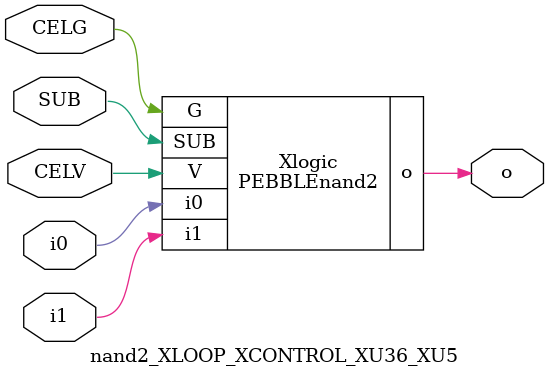
<source format=v>



module PEBBLEnand2 ( o, G, SUB, V, i0, i1 );

  input i0;
  input V;
  input i1;
  input G;
  output o;
  input SUB;
endmodule

//Celera Confidential Do Not Copy nand2_XLOOP_XCONTROL_XU36_XU5
//Celera Confidential Symbol Generator
//5V NAND2
module nand2_XLOOP_XCONTROL_XU36_XU5 (CELV,CELG,i0,i1,o,SUB);
input CELV;
input CELG;
input i0;
input i1;
input SUB;
output o;

//Celera Confidential Do Not Copy nand2
PEBBLEnand2 Xlogic(
.V (CELV),
.i0 (i0),
.i1 (i1),
.o (o),
.SUB (SUB),
.G (CELG)
);
//,diesize,PEBBLEnand2

//Celera Confidential Do Not Copy Module End
//Celera Schematic Generator
endmodule

</source>
